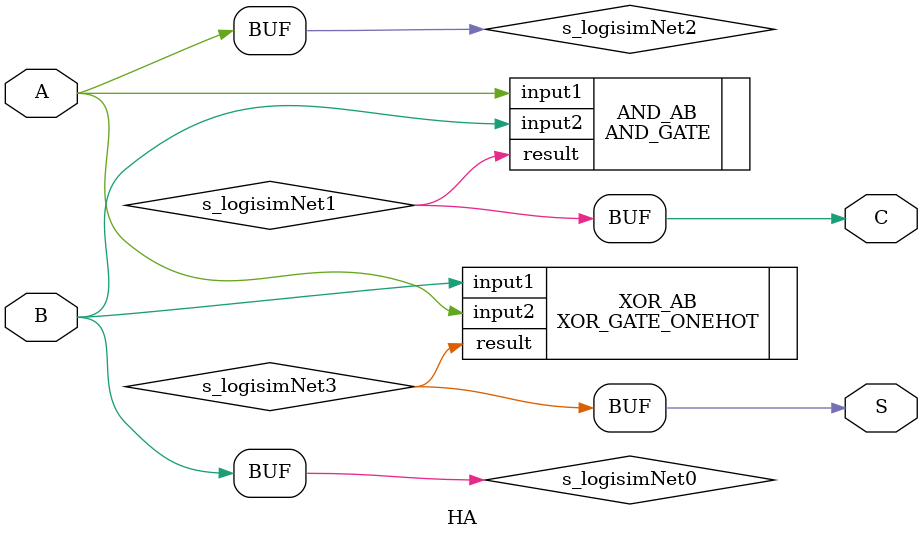
<source format=v>
/******************************************************************************
 ** Logisim-evolution goes FPGA automatic generated Verilog code             **
 ** https://github.com/logisim-evolution/                                    **
 **                                                                          **
 ** Component : HA                                                           **
 **                                                                          **
 *****************************************************************************/

module HA( A,
           B,
           C,
           S );

   /*******************************************************************************
   ** The inputs are defined here                                                **
   *******************************************************************************/
   input A;
   input B;

   /*******************************************************************************
   ** The outputs are defined here                                               **
   *******************************************************************************/
   output C;
   output S;

   /*******************************************************************************
   ** The wires are defined here                                                 **
   *******************************************************************************/
   wire s_logisimNet0;
   wire s_logisimNet1;
   wire s_logisimNet2;
   wire s_logisimNet3;

   /*******************************************************************************
   ** The module functionality is described here                                 **
   *******************************************************************************/

   /*******************************************************************************
   ** Here all input connections are defined                                     **
   *******************************************************************************/
   assign s_logisimNet0 = B;
   assign s_logisimNet2 = A;

   /*******************************************************************************
   ** Here all output connections are defined                                    **
   *******************************************************************************/
   assign C = s_logisimNet1;
   assign S = s_logisimNet3;

   /*******************************************************************************
   ** Here all normal components are defined                                     **
   *******************************************************************************/
   AND_GATE #(.BubblesMask(2'b00))
      AND_AB (.input1(s_logisimNet2),
              .input2(s_logisimNet0),
              .result(s_logisimNet1));

   XOR_GATE_ONEHOT #(.BubblesMask(2'b00))
      XOR_AB (.input1(s_logisimNet0),
              .input2(s_logisimNet2),
              .result(s_logisimNet3));


endmodule

</source>
